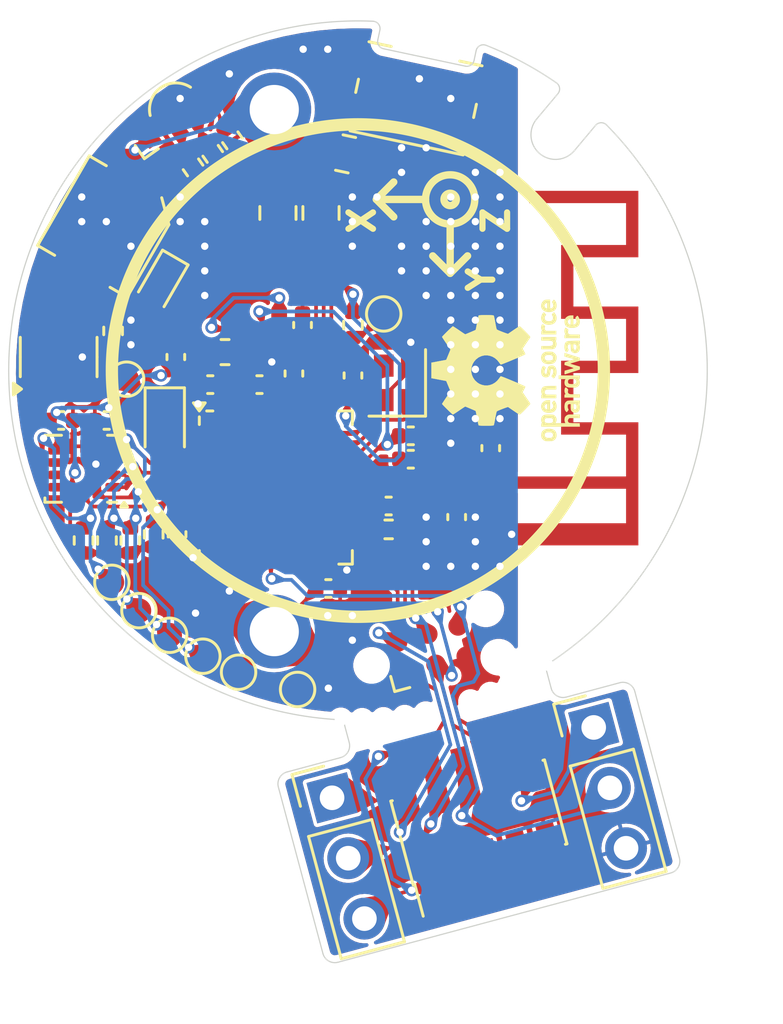
<source format=kicad_pcb>
(kicad_pcb (version 20240108) (generator "pcbnew") (generator_version "8.0")
  (layers (0 "F.Cu" signal) (31 "B.Cu" signal) (34 "B.Paste" user) (35 "F.Paste" user) (36 "B.SilkS" user "B.Silkscreen") (37 "F.SilkS" user "F.Silkscreen") (38 "B.Mask" user) (39 "F.Mask" user) (44 "Edge.Cuts" user))
  (net 0 "")
  (net 1 "Net-(AE1-A)")
  (net 2 "GND")
  (net 3 "Net-(C13-Pad1)")
  (net 4 "VDD")
  (net 5 "Net-(IC1-DECD)")
  (net 6 "/MCU/DECA")
  (net 7 "Net-(C15-Pad1)")
  (net 8 "Net-(D1-RK)")
  (net 9 "Net-(D1-GK)")
  (net 12 "Net-(IC1-DCC)")
  (net 15 "Net-(IC1-ANT)")
  (net 16 "/MCU/XC1")
  (net 22 "/MCU/SWCLK")
  (net 27 "/MCU/BTN")
  (net 28 "/MCU/SWDIO")
  (net 33 "/MCU/XC2")
  (net 34 "/MCU/XL2")
  (net 35 "/MCU/XL1")
  (net 37 "/MCU/RGB_B")
  (net 38 "/MCU/RGB_G")
  (net 39 "/MCU/RGB_R")
  (net 40 "Net-(IC1-nRESET)")
  (net 41 "/IMU/SCL")
  (net 42 "/IMU/INT2")
  (net 43 "/IMU/INT1")
  (net 44 "/IMU/SDA")
  (net 45 "/MCU/~{RESET}")
  (net 46 "/MCU/SWO")
  (net 47 "Net-(D1-BK)")
  (net 48 "Net-(D2-A)")
  (net 53 "/Buzzer/PWM")
  (footprint "bao-lib:OWMB-404020SA-40-17" (layer "F.Cu") (at 139.85 94.15 -120)
    (property "Reference" "LS1" (hide yes))
    (property "Value" "Speaker")
  )
  (footprint "Capacitor_SMD:C_0402_1005Metric" (layer "F.Cu") (at 152.15 103.6 180)
    (property "Reference" "C13" (hide yes))
    (property "Value" "1.5p")
  )
  (footprint "Connector_PinHeader_1.27mm:PinHeader_2x05_P1.27mm_Vertical_SMD" (layer "F.Cu") (at 154.917562 118.352591 105)
    (property "Reference" "J3" (hide yes))
    (property "Value" "62131021021")
  )
  (footprint "Capacitor_SMD:C_0805_2012Metric" (layer "F.Cu") (at 149.5 91.2 -12)
    (property "Reference" "C1" (hide yes))
    (property "Value" "22u")
  )
  (footprint "Resistor_SMD:R_0402_1005Metric" (layer "F.Cu") (at 143.3 91.75 -55)
    (property "Reference" "R1" (hide yes))
    (property "Value" "1k")
  )
  (footprint "Inductor_SMD:L_0402_1005Metric" (layer "F.Cu") (at 154.965 104.55)
    (property "Reference" "L4" (hide yes))
    (property "Value" "3.5n")
  )
  (footprint "bao-lib:Drill_0.5mm" (layer "F.Cu") (at 157.629654 111.976159 -165)
    (property "Reference" "REF**5" (hide yes))
    (property "Value" "D05")
  )
  (footprint "Capacitor_SMD:C_0402_1005Metric" (layer "F.Cu") (at 144 100.57 180)
    (property "Reference" "C6" (hide yes))
    (property "Value" "100n")
  )
  (footprint "Package_DFN_QFN:QFN-48-1EP_6x6mm_P0.4mm_EP4.66x4.66mm" (layer "F.Cu") (at 146.665 104.75)
    (property "Reference" "IC1" (hide yes))
    (property "Value" "nRF54L15-QFAA")
  )
  (footprint "Capacitor_SMD:C_0402_1005Metric" (layer "F.Cu") (at 139.7875 102.025 180)
    (property "Reference" "C17" (hide yes))
    (property "Value" "100n")
  )
  (footprint "bao-lib:Drill_0.5mm" (layer "F.Cu") (at 152.831025 113.914931 -165)
    (property "Reference" "REF**6" (hide yes))
    (property "Value" "D05")
  )
  (footprint "bao-lib:Drill_0.5mm" (layer "F.Cu") (at 155.319414 113.16601 -165)
    (property "Reference" "REF**2" (hide yes))
    (property "Value" "D05")
  )
  (footprint "Resistor_SMD:R_0402_1005Metric" (layer "F.Cu") (at 138.85 106.9 90)
    (property "Reference" "R6" (hide yes))
    (property "Value" "10k")
  )
  (footprint "Capacitor_SMD:C_0402_1005Metric" (layer "F.Cu") (at 142.6 99.45 90)
    (property "Reference" "C4" (hide yes))
    (property "Value" "10u")
  )
  (footprint "Capacitor_SMD:C_0402_1005Metric" (layer "F.Cu") (at 155.399999 103.15 90)
    (property "Reference" "C16" (hide yes))
    (property "Value" "0.3p")
  )
  (footprint "Capacitor_SMD:C_0805_2012Metric" (layer "F.Cu") (at 148.5 93.6 -90)
    (property "Reference" "C2" (hide yes))
    (property "Value" "22u")
  )
  (footprint "Package_TO_SOT_SMD:SOT-23-6" (layer "F.Cu") (at 137.8375 99.45 90)
    (property "Reference" "Q1" (hide yes))
    (property "Value" "STT6N3LLH6")
  )
  (footprint "RF_Antenna:Texas_SWRA117D_2.4GHz_Left" (layer "F.Cu") (at 156.25 104.55 -90)
    (property "Reference" "AE1" (hide yes))
    (property "Value" "Antenna_Shield")
  )
  (footprint "Resistor_SMD:R_0402_1005Metric" (layer "F.Cu") (at 140.05 98.39 90)
    (property "Reference" "R10" (hide yes))
    (property "Value" "10k")
  )
  (footprint "TestPoint:TestPoint_Pad_D1.0mm" (layer "F.Cu") (at 141.099999 109.75)
    (property "Reference" "TP6" (hide yes))
    (property "Value" "INT1")
  )
  (footprint "TestPoint:TestPoint_Pad_D1.0mm" (layer "F.Cu") (at 147.55 112.95)
    (property "Reference" "TP3" (hide yes))
    (property "Value" "GND")
  )
  (footprint "Capacitor_SMD:C_0402_1005Metric" (layer "F.Cu") (at 149.8 100.2 90)
    (property "Reference" "C11" (hide yes))
    (property "Value" "100n")
  )
  (footprint "Crystal:Crystal_SMD_2012-2Pin_2.0x1.2mm" (layer "F.Cu") (at 142.15 101.9 -90)
    (property "Reference" "Y2" (hide yes))
    (property "Value" "830062558")
  )
  (footprint "bao-lib:Drill_0.5mm" (layer "F.Cu") (at 151.11412 114.156226 -165)
    (property "Reference" "REF**8" (hide yes))
    (property "Value" "D05")
  )
  (footprint "Inductor_SMD:L_0402_1005Metric" (layer "F.Cu") (at 153.1 104.550002)
    (property "Reference" "L3" (hide yes))
    (property "Value" "3.5n")
  )
  (footprint "Resistor_SMD:R_0402_1005Metric" (layer "F.Cu") (at 141.7 106.65 90)
    (property "Reference" "R8" (hide yes))
    (property "Value" "10k")
  )
  (footprint "Resistor_SMD:R_0402_1005Metric" (layer "F.Cu") (at 149.8 98.15 -90)
    (property "Reference" "R4" (hide yes))
    (property "Value" "10k")
  )
  (footprint "bao-lib:Drill_0.5mm" (layer "F.Cu") (at 151.976258 114.061806 -165)
    (property "Reference" "REF**7" (hide yes))
    (property "Value" "D05")
  )
  (footprint "TestPoint:TestPoint_Pad_D1.0mm" (layer "F.Cu") (at 143.7 111.6)
    (property "Reference" "TP5" (hide yes))
    (property "Value" "SCL")
  )
  (footprint "TestPoint:TestPoint_Pad_D1.0mm" (layer "F.Cu") (at 145.15 112.25)
    (property "Reference" "TP2" (hide yes))
    (property "Value" "VDD")
  )
  (footprint "bao-lib:Drill_0.5mm" (layer "F.Cu") (at 156.884297 112.4196 -165)
    (property "Reference" "REF**4" (hide yes))
    (property "Value" "D05")
  )
  (footprint "Capacitor_SMD:C_0402_1005Metric" (layer "F.Cu") (at 147.400001 100.12 90)
    (property "Reference" "C8" (hide yes))
    (property "Value" "10n")
  )
  (footprint "Resistor_SMD:R_0402_1005Metric" (layer "F.Cu") (at 151.249999 106.45)
    (property "Reference" "R9" (hide yes))
    (property "Value" "1k")
  )
  (footprint "Capacitor_SMD:C_0402_1005Metric" (layer "F.Cu") (at 146 100.57)
    (property "Reference" "C7" (hide yes))
    (property "Value" "2.2u")
  )
  (footprint "Crystal:Crystal_SMD_2016-4Pin_2.0x1.6mm" (layer "F.Cu") (at 151.6 100.5 90)
    (property "Reference" "Y1" (hide yes))
    (property "Value" "830108212909")
  )
  (footprint "Capacitor_SMD:C_0402_1005Metric" (layer "F.Cu") (at 142.650001 106.65 -90)
    (property "Reference" "C5" (hide yes))
    (property "Value" "100n")
  )
  (footprint "Capacitor_SMD:C_0402_1005Metric" (layer "F.Cu") (at 154.015 105.95 -90)
    (property "Reference" "C15" (hide yes))
    (property "Value" "2.0p")
  )
  (footprint "Inductor_SMD:L_0603_1608Metric" (layer "F.Cu") (at 144.6 99.25)
    (property "Reference" "L1" (hide yes))
    (property "Value" "4.7u")
  )
  (footprint "MountingHole:MountingHole_2.2mm_M2" (layer "F.Cu") (at 158.03485 109.57556)
    (property "Reference" "H1" (hide yes))
    (property "Value" "MountingHole")
  )
  (footprint "Resistor_SMD:R_0402_1005Metric" (layer "F.Cu") (at 144.9 90.65 -55)
    (property "Reference" "R3" (hide yes))
    (property "Value" "1k")
  )
  (footprint "bao-lib:155124M173200A" (layer "F.Cu") (at 142.75 89.6 35)
    (property "Reference" "D1" (hide yes))
    (property "Value" "155124M173200A")
  )
  (footprint "TestPoint:TestPoint_Pad_D1.0mm" (layer "F.Cu") (at 140.6 100.35)
    (property "Reference" "TP8" (hide yes))
    (property "Value" "PWM")
  )
  (footprint "Resistor_SMD:R_0402_1005Metric" (layer "F.Cu") (at 140.75 106.9 90)
    (property "Reference" "R7" (hide yes))
    (property "Value" "10k")
  )
  (footprint "Diode_SMD:D_SOD-523" (layer "F.Cu") (at 141.95 96.5 -120)
    (property "Reference" "D2" (hide yes))
    (property "Value" "BAT54KFILM")
  )
  (footprint "bao-lib:Drill_0.5mm" (layer "F.Cu") (at 156.113257 112.816711 -165)
    (property "Reference" "REF**3" (hide yes))
    (property "Value" "D05")
  )
  (footprint "Connector_PinHeader_2.54mm:PinHeader_1x03_P2.54mm_Vertical" (layer "F.Cu") (at 148.95 117.35 15)
    (property "Reference" "J1" (hide yes))
    (property "Value" "Conn_01x03")
  )
  (footprint "TestPoint:TestPoint_Pad_D1.0mm" (layer "F.Cu") (at 142.35 110.75)
    (property "Reference" "TP4" (hide yes))
    (property "Value" "SDA")
  )
  (footprint "Inductor_SMD:L_0402_1005Metric" (layer "F.Cu") (at 151.23 104.55)
    (property "Reference" "L2" (hide yes))
    (property "Value" "2.7n")
  )
  (footprint "bao-lib:Drill_0.5mm" (layer "F.Cu") (at 150.247824 114.197837 -165)
    (property "Reference" "REF**9" (hide yes))
    (property "Value" "D05")
  )
  (footprint "Capacitor_SMD:C_0805_2012Metric" (layer "F.Cu") (at 146.75 93.6 -90)
    (property "Reference" "C3" (hide yes))
    (property "Value" "22u")
  )
  (footprint "Inductor_SMD:L_0402_1005Metric" (layer "F.Cu") (at 146.8 98.15 90)
    (property "Reference" "FB1" (hide yes))
    (property "Value" "FerriteBead_Small")
  )
  (footprint "bao-lib:Drill_0.5mm" (layer "F.Cu") (at 149.380605 114.186485 -165)
    (property "Reference" "REF**10" (hide yes))
    (property "Value" "D05")
  )
  (footprint "Connector_PinHeader_2.54mm:PinHeader_1x03_P2.54mm_Vertical" (layer "F.Cu") (at 159.585199 114.493097 15)
    (property "Reference" "J2" (hide yes))
    (property "Value" "Conn_01x03")
  )
  (footprint "Capacitor_SMD:C_0402_1005Metric" (layer "F.Cu") (at 152.15 102.65)
    (property "Reference" "C12" (hide yes))
    (property "Value" "10n")
  )
  (footprint "Capacitor_SMD:C_0402_1005Metric" (layer "F.Cu") (at 148.8 108.85)
    (property "Reference" "C9" (hide yes))
    (property "Value" "100n")
  )
  (footprint "Capacitor_SMD:C_0402_1005Metric" (layer "F.Cu") (at 137.9375 102.025)
    (property "Reference" "C18" (hide yes))
    (property "Value" "100n")
  )
  (footprint "bao-lib:434331045822" (layer "F.Cu") (at 152.36412 88.944953 -12)
    (property "Reference" "SW1" (hide yes))
    (property "Value" "434331045822")
  )
  (footprint "Capacitor_SMD:C_0402_1005Metric" (layer "F.Cu") (at 151.25 105.5)
    (property "Reference" "C10" (hide yes))
    (property "Value" "3.9p")
  )
  (footprint "Resistor_SMD:R_0402_1005Metric" (layer "F.Cu") (at 144.1 91.2 -55)
    (property "Reference" "R2" (hide yes))
    (property "Value" "1k")
  )
  (footprint "Package_LGA:LGA-14_3x2.5mm_P0.5mm_LayoutBorder3x4y" (layer "F.Cu") (at 138.8875 103.9875 180)
    (property "Reference" "U1" (hide yes))
    (property "Value" "LSM6DSL")
  )
  (footprint "TestPoint:TestPoint_Pad_D1.0mm" (layer "F.Cu") (at 151.05 97.7)
    (property "Reference" "TP1" (hide yes))
    (property "Value" "BTN")
  )
  (footprint "Connector:Tag-Connect_TC2030-IDC-NL_2x03_P1.27mm_Vertical" (layer "F.Cu") (at 153.008924 111.315337 15)
    (property "Reference" "J4" (hide yes))
    (property "Value" "Conn_ARM_SWD_TagConnect_TC2030-NL")
  )
  (footprint "bao-lib:Drill_0.5mm" (layer "F.Cu") (at 154.505726 113.466196 -165)
    (property "Reference" "REF**1" (hide yes))
    (property "Value" "D05")
  )
  (footprint "Symbol:OSHW-Logo_5.7x6mm_SilkScreen" (layer "F.Cu") (at 156 100 90)
    (property "Reference" "SYM1" (hide yes))
    (property "Value" "Logo_Open_Hardware_Small" (hide yes))
  )
  (footprint "Resistor_SMD:R_0402_1005Metric" (layer "F.Cu") (at 139.8 106.9 90)
    (property "Reference" "R5" (hide yes))
    (property "Value" "10k")
  )
  (footprint "Capacitor_SMD:C_0402_1005Metric" (layer "F.Cu") (at 147.75 98.15 90)
    (property "Reference" "C14" (hide yes))
    (property "Value" "2.2u")
  )
  (footprint "TestPoint:TestPoint_Pad_D1.0mm" (layer "F.Cu") (at 140 108.6)
    (property "Reference" "TP7" (hide yes))
    (property "Value" "INT2")
  )
  (footprint "bao-lib:BatteryHolder_WE_79523211_1x2016,2020,2025,2032" (layer "B.Cu") (at 146.6 100 90)
    (property "Reference" "BT1" (hide yes))
    (property "Value" "79523211")
  )
  (gr_line (start 150.75 93.05) (end 152.75 93.05) (stroke (width 0.3)) (layer "F.SilkS"))
  (gr_circle (center 153.75 93.05) (end 153.85 93.05) (stroke (width 0.3)) (fill none) (layer "F.SilkS"))
  (gr_line (start 153.75 94.05) (end 153.75 96.05) (stroke (width 0.3)) (layer "F.SilkS"))
  (gr_circle (center 153.75 93.05) (end 153.75 94.05) (stroke (width 0.3)) (fill none) (layer "F.SilkS"))
  (gr_line (start 150.75 93.05) (end 151.457107 93.757107) (stroke (width 0.3)) (layer "F.SilkS"))
  (gr_line (start 150.75 93.05) (end 151.457107 92.342893) (stroke (width 0.3)) (layer "F.SilkS"))
  (gr_line (start 153.042893 95.342893) (end 153.75 96.05) (stroke (width 0.3)) (layer "F.SilkS"))
  (gr_line (start 153.75 96.05) (end 154.457107 95.342893) (stroke (width 0.3)) (layer "F.SilkS"))
  (gr_circle (center 150 100) (end 160 100) (stroke (width 0.5)) (fill none) (layer "F.SilkS"))
  (gr_line (start 149.401569 114.187385) (end 149.647687 115.105907) (stroke (width 0.05)) (layer "Edge.Cuts"))
  (gr_arc (start 160.643766 112.677154) (mid 161.023176 112.727104) (end 161.256139 113.030707) (stroke (width 0.05)) (layer "Edge.Cuts"))
  (gr_line (start 149.191357 124.028027) (end 162.714319 120.404561) (stroke (width 0.05)) (layer "Edge.Cuts"))
  (gr_arc (start 158.800893 91.067225) (mid 157.3921 91.190478) (end 157.268847 89.781685) (stroke (width 0.05)) (layer "Edge.Cuts"))
  (gr_line (start 154.721517 87.406428) (end 154.806419 87.006981) (stroke (width 0.05)) (layer "Edge.Cuts"))
  (gr_arc (start 154.721517 87.406428) (mid 154.591472 87.595671) (end 154.365696 87.637499) (stroke (width 0.05)) (layer "Edge.Cuts"))
  (gr_line (start 163.067872 119.792188) (end 161.256139 113.030707) (stroke (width 0.05)) (layer "Edge.Cuts"))
  (gr_arc (start 149.647687 115.105907) (mid 149.597736 115.485315) (end 149.294133 115.718279) (stroke (width 0.05)) (layer "Edge.Cuts"))
  (gr_arc (start 149.191357 124.028027) (mid 148.811948 123.978077) (end 148.578985 123.674474) (stroke (width 0.05)) (layer "Edge.Cuts"))
  (gr_arc (start 158.470429 113.259498) (mid 158.091022 113.209545) (end 157.858056 112.905945) (stroke (width 0.05)) (layer "Edge.Cuts"))
  (gr_arc (start 149.401569 114.187385) (mid 135.812932 99.394111) (end 150.613347 85.813254) (stroke (width 0.05)) (layer "Edge.Cuts"))
  (gr_arc (start 158.070221 88.316191) (mid 158.196638 88.519871) (end 158.133506 88.751139) (stroke (width 0.05)) (layer "Edge.Cuts"))
  (gr_line (start 157.611939 111.987422) (end 157.858056 112.905945) (stroke (width 0.05)) (layer "Edge.Cuts"))
  (gr_arc (start 151.04001 86.930636) (mid 150.850797 86.80057) (end 150.808924 86.574815) (stroke (width 0.05)) (layer "Edge.Cuts"))
  (gr_line (start 160.643766 112.677154) (end 158.470429 113.259498) (stroke (width 0.05)) (layer "Edge.Cuts"))
  (gr_arc (start 160.104924 90.023509) (mid 164.109403 101.601473) (end 157.61194 111.987427) (stroke (width 0.05)) (layer "Edge.Cuts"))
  (gr_arc (start 146.767252 116.912993) (mid 146.817202 116.533584) (end 147.120805 116.300621) (stroke (width 0.05)) (layer "Edge.Cuts"))
  (gr_arc (start 163.067872 119.792188) (mid 163.017922 120.171598) (end 162.714319 120.404561) (stroke (width 0.05)) (layer "Edge.Cuts"))
  (gr_line (start 150.808924 86.574815) (end 150.895256 86.168652) (stroke (width 0.05)) (layer "Edge.Cuts"))
  (gr_line (start 148.578985 123.674474) (end 146.767252 116.912993) (stroke (width 0.05)) (layer "Edge.Cuts"))
  (gr_line (start 151.04001 86.930636) (end 154.365689 87.637532) (stroke (width 0.05)) (layer "Edge.Cuts"))
  (gr_line (start 158.800893 91.067225) (end 159.6617 90.041355) (stroke (width 0.05)) (layer "Edge.Cuts"))
  (gr_arc (start 150.613347 85.813254) (mid 150.835441 85.926588) (end 150.895256 86.168652) (stroke (width 0.05)) (layer "Edge.Cuts"))
  (gr_arc (start 154.806419 87.006981) (mid 154.957923 86.805074) (end 155.209931 86.790287) (stroke (width 0.05)) (layer "Edge.Cuts"))
  (gr_arc (start 159.6617 90.041355) (mid 159.879379 89.934455) (end 160.104924 90.023509) (stroke (width 0.05)) (layer "Edge.Cuts"))
  (gr_arc (start 155.209931 86.790287) (mid 156.683764 87.471346) (end 158.070221 88.316191) (stroke (width 0.05)) (layer "Edge.Cuts"))
  (gr_line (start 149.294133 115.718279) (end 147.120805 116.300621) (stroke (width 0.05)) (layer "Edge.Cuts"))
  (gr_line (start 157.268804 89.781649) (end 158.133506 88.751139) (stroke (width 0.05)) (layer "Edge.Cuts"))
  (gr_text "Y" (at 155.6 96.9 90) (layer "F.SilkS") (effects (font (size 1 1) (thickness 0.25)) (justify left bottom)))
  (gr_text "Z" (at 156.2 94.55 90) (layer "F.SilkS") (effects (font (size 1 1) (thickness 0.3)) (justify left bottom)))
  (gr_text "X" (at 150.75 94.55 90) (layer "F.SilkS") (effects (font (size 1 1) (thickness 0.25)) (justify left bottom)))
  (segment (start 155.4 104.5) (end 155.45 104.55) (width 0.15) (layer "F.Cu") (net 1))
  (segment (start 155.45 104.55) (end 155.45 103.68) (width 0.15) (layer "F.Cu") (net 1))
  (segment (start 155.45 104.55) (end 156.25 104.55) (width 0.5) (layer "F.Cu") (net 1))
  (segment (start 155.45 103.68) (end 155.4 103.63) (width 0.15) (layer "F.Cu") (net 1))
  (segment (start 150.25 104.15) (end 150.8 103.6) (width 0.15) (layer "F.Cu") (net 2))
  (segment (start 154.076875 114.055994) (end 154.107359 114.16976) (width 0.15) (layer "F.Cu") (net 2))
  (segment (start 154.107359 114.16976) (end 154.536019 114.417248) (width 0.15) (layer "F.Cu") (net 2))
  (segment (start 152.15 99.8) (end 152.15 98.85) (width 0.15) (layer "F.Cu") (net 2))
  (segment (start 152.15 99.95) (end 152.15 99.8) (width 0.15) (layer "F.Cu") (net 2))
  (segment (start 150.8 103.6) (end 151.67 103.6) (width 0.15) (layer "F.Cu") (net 2))
  (segment (start 151.05 101.05) (end 152.15 99.95) (width 0.15) (layer "F.Cu") (net 2))
  (segment (start 153.856879 113.234957) (end 154.076875 114.055994) (width 0.15) (layer "F.Cu") (net 2))
  (segment (start 149.605 104.15) (end 150.25 104.15) (width 0.15) (layer "F.Cu") (net 2))
  (segment (start 154.536019 114.417248) (end 155.067279 114.274897) (width 0.15) (layer "F.Cu") (net 2))
  (segment (start 151.05 101.2) (end 151.05 101.05) (width 0.15) (layer "F.Cu") (net 2))
  (via (at 138.8 99.45) (size 0.5) (drill 0.3) (layers "F.Cu" "B.Cu") (net 2))
  (via (at 152.775 106.950909) (size 0.5) (drill 0.3) (layers "F.Cu" "B.Cu") (net 2))
  (via (at 153.775 107.950909) (size 0.5) (drill 0.3) (layers "F.Cu" "B.Cu") (net 2))
  (via (at 155.775 91.950909) (size 0.5) (drill 0.3) (layers "F.Cu" "B.Cu") (net 2))
  (via (at 152.774999 107.950909) (size 0.5) (drill 0.3) (layers "F.Cu" "B.Cu") (net 2))
  (via (at 153.775 95.950909) (size 0.5) (drill 0.3) (layers "F.Cu" "B.Cu") (net 2))
  (via (at 147.775 86.950909) (size 0.5) (drill 0.3) (layers "F.Cu" "B.Cu") (net 2))
  (via (at 155.775 101.950909) (size 0.5) (drill 0.3) (layers "F.Cu" "B.Cu") (net 2))
  (via (at 153.775 94.950908) (size 0.5) (drill 0.3) (layers "F.Cu" "B.Cu") (net 2))
  (via (at 140.775 98.950909) (size 0.5) (drill 0.3) (layers "F.Cu" "B.Cu") (net 2))
  (via (at 154.775 92.950909) (size 0.5) (drill 0.3) (layers "F.Cu" "B.Cu") (net 2))
  (via (at 151.775 95.950909) (size 0.5) (drill 0.3) (layers "F.Cu" "B.Cu") (net 2))
  (via (at 154.775 98.950909) (size 0.5) (drill 0.3) (layers "F.Cu" "B.Cu") (net 2))
  (via (at 155.775 100.95091) (size 0.5) (drill 0.3) (layers "F.Cu" "B.Cu") (net 2))
  (via (at 149.775 110.950909) (size 0.5) (drill 0.3) (layers "F.Cu" "B.Cu") (net 2))
  (via (at 155.775 98.950909) (size 0.5) (drill 0.3) (layers "F.Cu" "B.Cu") (net 2))
  (via (at 149.775 94.950909) (size 0.5) (drill 0.3) (layers "F.Cu" "B.Cu") (net 2))
  (via (at 155.775 95.950908) (size 0.5) (drill 0.3) (layers "F.Cu" "B.Cu") (net 2))
  (via (at 143.4 109.85) (size 0.5) (drill 0.3) (layers "F.Cu" "B.Cu") (net 2))
  (via (at 150.775001 92.950909) (size 0.5) (drill 0.3) (layers "F.Cu" "B.Cu") (net 2))
  (via (at 154.775001 99.950909) (size 0.5) (drill 0.3) (layers "F.Cu" "B.Cu") (net 2))
  (via (at 139.35 103.8) (size 0.5) (drill 0.3) (layers "F.Cu" "B.Cu") (net 2))
  (via (at 152.5 88.15) (size 0.5) (drill 0.3) (layers "F.Cu" "B.Cu") (net 2))
  (via (at 149.775 109.950909) (size 0.5) (drill 0.3) (layers "F.Cu" "B.Cu") (net 2))
  (via (at 154.775 107.950909) (size 0.5) (drill 0.3) (layers "F.Cu" "B.Cu") (net 2))
  (via (at 149.55 108.1) (size 0.5) (drill 0.3) (layers "F.Cu" "B.Cu") (net 2))
  (via (at 149.775 93.950908) (size 0.5) (drill 0.3) (layers "F.Cu" "B.Cu") (net 2))
  (via (at 153.775 96.950909) (size 0.5) (drill 0.3) (layers "F.Cu" "B.Cu") (net 2))
  (via (at 154.775 101.950909) (size 0.5) (drill 0.3) (layers "F.Cu" "B.Cu") (net 2))
  (via (at 153.775 100.950908) (size 0.5) (drill 0.3) (layers "F.Cu" "B.Cu") (net 2))
  (via (at 154.775 106.950909) (size 0.5) (drill 0.3) (layers "F.Cu" "B.Cu") (net 2))
  (via (at 138.775 92.950909) (size 0.5) (drill 0.3) (layers "F.Cu" "B.Cu") (net 2))
  (via (at 155.775 92.950909) (size 0.5) (drill 0.3) (layers "F.Cu" "B.Cu") (net 2))
  (via (at 144.775 108.950909) (size 0.5) (drill 0.3) (layers "F.Cu" "B.Cu") (net 2))
  (via (at 152.775 90.950909) (size 0.5) (drill 0.3) (layers "F.Cu" "B.Cu") (net 2))
  (via (at 153.775 102.950909) (size 0.5) (drill 0.3) (layers "F.Cu" "B.Cu") (net 2))
  (via (at 138.775 93.950909) (size 0.5) (drill 0.3) (layers "F.Cu" "B.Cu") (net 2))
  (via (at 143.775001 96.950909) (size 0.5) (drill 0.3) (layers "F.Cu" "B.Cu") (net 2))
  (via (at 142.775 92.950909) (size 0.5) (drill 0.3) (layers "F.Cu" "B.Cu") (net 2))
  (via (at 152.775 93.950909) (size 0.5) (drill 0.3) (layers "F.Cu" "B.Cu") (net 2))
  (via (at 151.775 90.950909) (size 0.5) (drill 0.3) (layers "F.Cu" "B.Cu") (net 2))
  (via (at 153.775 101.950909) (size 0.5) (drill 0.3) (layers "F.Cu" "B.Cu") (net 2))
  (via (at 143.3 107.6) (size 0.5) (drill 0.3) (layers "F.Cu" "B.Cu") (net 2))
  (via (at 153.775 92.950909) (size 0.5) (drill 0.3) (layers "F.Cu" "B.Cu") (net 2))
  (via (at 143.775 95.950909) (size 0.5) (drill 0.3) (layers "F.Cu" "B.Cu") (net 2))
  (via (at 152.775 95.950909) (size 0.5) (drill 0.3) (layers "F.Cu" "B.Cu") (net 2))
  (via (at 154.775 100.95091) (size 0.5) (drill 0.3) (layers "F.Cu" "B.Cu") (net 2))
  (via (at 151.775 91.950909) (size 0.5) (drill 0.3) (layers "F.Cu" "B.Cu") (net 2))
  (via (at 143.775 94.950909) (size 0.5) (drill 0.3) (layers "F.Cu" "B.Cu") (net 2))
  (via (at 152.775 96.950909) (size 0.5) (drill 0.3) (layers "F.Cu" "B.Cu") (net 2))
  (via (at 154.775 96.950909) (size 0.5) (drill 0.3) (layers "F.Cu" "B.Cu") (net 2))
  (via (at 153.775 99.950909) (size 0.5) (drill 0.3) (layers "F.Cu" "B.Cu") (net 2))
  (via (at 154.775 105.950909) (size 0.5) (drill 0.3) (layers "F.Cu" "B.Cu") (net 2))
  (via (at 152.15 98.85) (size 0.5) (drill 0.3) (layers "F.Cu" "B.Cu") (net 2))
  (via (at 155.775 99.950909) (size 0.5) (drill 0.3) (layers "F.Cu" "B.Cu") (net 2))
  (via (at 149.775 92.950909) (size 0.5) (drill 0.3) (layers "F.Cu" "B.Cu") (net 2))
  (via (at 139.775 93.950909) (size 0.5) (drill 0.3) (layers "F.Cu" "B.Cu") (net 2))
  (via (at 155.775 97.950909) (size 0.5) (drill 0.3) (layers "F.Cu" "B.Cu") (net 2))
  (via (at 143.775 93.950909) (size 0.5) (drill 0.3) (layers "F.Cu" "B.Cu") (net 2))
  (via (at 154.775 91.950909) (size 0.5) (drill 0.3) (layers "F.Cu" "B.Cu") (net 2))
  (via (at 153.775 88.950909) (size 0.5) (drill 0.3) (layers "F.Cu" "B.Cu") (net 2))
  (via (at 148.775 109.950909) (size 0.5) (drill 0.3) (layers "F.Cu" "B.Cu") (net 2))
  (via (at 153.775 97.950909) (size 0.5) (drill 0.3) (layers "F.Cu" "B.Cu") (net 2))
  (via (at 151.775 94.950909) (size 0.5) (drill 0.3) (layers "F.Cu" "B.Cu") (net 2))
  (via (at 148.8 112.9) (size 0.5) (drill 0.3) (layers "F.Cu" "B.Cu") (net 2))
  (via (at 143.5 101.35) (size 0.5) (drill 0.3) (layers "F.Cu" "B.Cu") (net 2))
  (via (at 155.775001 94.950909) (size 0.5) (drill 0.3) (layers "F.Cu" "B.Cu") (net 2))
  (via (at 142.775 88.950909) (size 0.5) (drill 0.3) (layers "F.Cu" "B.Cu") (net 2))
  (via (at 152.775001 105.950909) (size 0.5) (drill 0.3) (layers "F.Cu" "B.Cu") (net 2))
  (via (at 154.775 97.950909) (size 0.5) (drill 0.3) (layers "F.Cu" "B.Cu") (net 2))
  (via (at 144.775 87.950909) (size 0.5) (drill 0.3) (layers "F.Cu" "B.Cu") (net 2))
  (via (at 152.775 94.950909) (size 0.5) (drill 0.3) (layers "F.Cu" "B.Cu") (net 2))
  (via (at 153.775 93.950909) (size 0.5) (drill 0.3) (layers "F.Cu" "B.Cu") (net 2))
  (via (at 154.775 93.950909) (size 0.5) (drill 0.3) (layers "F.Cu" "B.Cu") (net 2))
  (via (at 155.774999 96.950909) (size 0.5) (drill 0.3) (layers "F.Cu" "B.Cu") (net 2))
  (via (at 140.775 97.950909) (size 0.5) (drill 0.3) (layers "F.Cu" "B.Cu") (net 2))
  (via (at 142.775 93.950909) (size 0.5) (drill 0.3) (layers "F.Cu" "B.Cu") (net 2))
  (via (at 153.775 98.950909) (size 0.5) (drill 0.3) (layers "F.Cu" "B.Cu") (net 2))
  (via (at 148.775 86.950909) (size 0.5) (drill 0.3) (layers "F.Cu" "B.Cu") (net 2))
  (via (at 154.775 94.950909) (size 0.5) (drill 0.3) (layers "F.Cu" "B.Cu") (net 2))
  (via (at 155.775 93.950909) (size 0.5) (drill 0.3) (layers "F.Cu" "B.Cu") (net 2))
  (via (at 140.775 94.950909) (size 0.5) (drill 0.3) (layers "F.Cu" "B.Cu") (net 2))
  (via (at 155.775 107.950909) (size 0.5) (drill 0.3) (layers "F.Cu" "B.Cu") (net 2))
  (via (at 146.5 99.65) (size 0.5) (drill 0.3) (layers "F.Cu" "B.Cu") (net 2))
  (via (at 154.775 95.950909) (size 0.5) (drill 0.3) (layers "F.Cu" "B.Cu") (net 2))
  (segment (start 151.715 104.55) (end 152.615 104.55) (width 0.2) (layer "F.Cu") (net 3))
  (segment (start 152.615 104.55) (end 152.615 103.615) (width 0.15) (layer "F.Cu") (net 3))
  (segment (start 152.615 103.615) (end 152.63 103.6) (width 0.15) (layer "F.Cu") (net 3))
  (segment (start 144.465 101.515) (end 144.2 101.25) (width 0.15) (layer "F.Cu") (net 4))
  (segment (start 141.728718 107.16) (end 145.168718 110.6) (width 0.15) (layer "F.Cu") (net 4))
  (segment (start 149.6 101.746752) (end 149.6 100.88) (width 0.15) (layer "F.Cu") (net 4))
  (segment (start 137.758421 101.724079) (end 137.4575 102.025) (width 0.15) (layer "F.Cu") (net 4))
  (segment (start 137.749998 103.2125) (end 137.75 102.3175) (width 0.15) (layer "F.Cu") (net 4))
  (segment (start 153.49732 114.211287) (end 153.501921 114.228459) (width 0.15) (layer "F.Cu") (net 4))
  (segment (start 153.006947 115.08578) (end 150.833613 115.668123) (width 0.15) (layer "F.Cu") (net 4))
  (segment (start 137.758421 101.7) (end 137.758421 101.724079) (width 0.15) (layer "F.Cu") (net 4))
  (segment (start 138.3875 104.9) (end 138.3875 104.2625) (width 0.15) (layer "F.Cu") (net 4))
  (segment (start 143.91 100) (end 142.73 100.000001) (width 0.15) (layer "F.Cu") (net 4))
  (segment (start 141.8 98.5) (end 141.8 99.5) (width 0.15) (layer "F.Cu") (net 4))
  (segment (start 149.8 97.64) (end 149.8 96.9) (width 0.15) (layer "F.Cu") (net 4))
  (segment (start 149.95 102.55) (end 150.05 102.45) (width 0.15) (layer "F.Cu") (net 4))
  (segment (start 144.465 101.81) (end 144.465 101.515) (width 0.15) (layer "F.Cu") (net 4))
  (segment (start 143.725 106.15) (end 142.57 106.15) (width 0.15) (layer "F.Cu") (net 4))
  (segment (start 144.685 101.25397) (end 144.685 100.855) (width 0.15) (layer "F.Cu") (net 4))
  (segment (start 141.8 99.5) (end 142.23 99.93) (width 0.15) (layer "F.Cu") (net 4))
  (segment (start 142.73 100.000001) (end 142.599999 100.13) (width 0.15) (layer "F.Cu") (net 4))
  (segment (start 146 95.35) (end 148.25 95.350001) (width 0.15) (layer "F.Cu") (net 4))
  (segment (start 153.161773 112.959009) (end 151.946548 112.257399) (width 0.15) (layer "F.Cu") (net 4))
  (segment (start 142.33 100.2) (end 142.6 99.93) (width 0.15) (layer "F.Cu") (net 4))
  (segment (start 140.2675 102.025) (end 140.2675 101.899103) (width 0.15) (layer "F.Cu") (net 4))
  (segment (start 138.305 106.865) (end 138.305 104.9825) (width 0.15) (layer "F.Cu") (net 4))
  (segment (start 146.6 89.4) (end 145.8 90.2) (width 0.15) (layer "F.Cu") (net 4))
  (segment (start 138.85 107.41) (end 138.305 106.865) (width 0.15) (layer "F.Cu") (net 4))
  (segment (start 152.968807 120.893545) (end 150.701123 121.501171) (width 0.15) (layer "F.Cu") (net 4))
  (segment (start 144.865 101.81) (end 144.865 101.43397) (width 0.15) (layer "F.Cu") (net 4))
  (segment (start 142.45 97.85) (end 141.8 98.5) (width 0.15) (layer "F.Cu") (net 4))
  (segment (start 140.85 91.131636) (end 140.940818 91.040818) (width 0.15) (layer "F.Cu") (net 4))
  (segment (start 144.480001 100.57) (end 143.91 100) (width 0.15) (layer "F.Cu") (net 4))
  (segment (start 144.2 100.85) (end 144.480001 100.57) (width 0.15) (layer "F.Cu") (net 4))
  (segment (start 142.3 95.893782) (end 142.45 96.043782) (width 0.15) (layer "F.Cu") (net 4))
  (segment (start 153.277324 113.39025) (end 153.161773 112.959009) (width 0.15) (layer "F.Cu") (net 4))
  (segment (start 142.3 95.893782) (end 142.3 94.8) (width 0.15) (layer "F.Cu") (net 4))
  (segment (start 148.25 95.350001) (end 149.8 96.9) (width 0.15) (layer "F.Cu") (net 4))
  (segment (start 150.05 100.93) (end 149.8 100.68) (width 0.15) (layer "F.Cu") (net 4))
  (segment (start 140.85 92.41795) (end 140.85 91.131636) (width 0.15) (layer "F.Cu") (net 4))
  (segment (start 148.32 108.85) (end 148.319999 108.88) (width 0.15) (layer "F.Cu") (net 4))
  (segment (start 143.725001 105.35) (end 143.15 105.35) (width 0.15) (layer "F.Cu") (net 4))
  (segment (start 151.946548 112.257399) (end 151.253947 112.95) (width 0.15) (layer "F.Cu") (net 4))
  (segment (start 148.065 107.69) (end 148.065 108.595) (width 0.15) (layer "F.Cu") (net 4))
  (segment (start 144.684999 100.775) (end 144.480001 100.57) (width 0.15) (layer "F.Cu") (net 4))
  (segment (start 142.45 96.043782) (end 142.45 97.85) (width 0.15) (layer "F.Cu") (net 4))
  (segment (start 151.253947 112.95) (end 149.8 112.95) (width 0.15) (layer "F.Cu") (net 4))
  (segment (start 145.8 95.15) (end 146 95.35) (width 0.15) (layer "F.Cu") (net 4))
  (segment (start 144.865 101.43397) (end 144.685 101.25397) (width 0.15) (layer "F.Cu") (net 4))
  (segment (start 142 100.2) (end 142.33 100.2) (width 0.15) (layer "F.Cu") (net 4))
  (segment (start 142.23 99.93) (end 142.6 99.93) (width 0.15) (layer "F.Cu") (net 4))
  (segment (start 141.7 107.16) (end 141 107.160001) (width 0.15) (layer "F.Cu") (net 4))
  (segment (start 150.701123 121.501171) (end 150.2648 122.256903) (width 0.15) (layer "F.Cu") (net 4))
  (segment (start 149.6 100.88) (end 149.8 100.68) (width 0.15) (layer "F.Cu") (net 4))
  (segment (start 140.75 107.41) (end 139.8 107.41) (width 0.15) (layer "F.Cu") (net 4))
  (segment (start 141.6 107.16) (end 141.728718 107.16) (width 0.15) (layer "F.Cu") (net 4))
  (segment (start 140.940818 91.040818) (end 141.521272 90.460365) (width 0.15) (layer "F.Cu") (net 4))
  (segment (start 144.2 101.25) (end 144.2 100.85) (width 0.15) (layer "F.Cu") (net 4))
  (segment (start 147.45 110.6) (end 146.6 110.6) (width 0.15) (layer "F.Cu") (net 4))
  (segment (start 138.305 104.9825) (end 138.3875 104.9) (width 0.15) (layer "F.Cu") (net 4))
  (segment (start 145.8 90.2) (end 145.8 95.15) (width 0.15) (layer "F.Cu") (net 4))
  (segment (start 138.3875 104.2625) (end 138.5 104.15) (width 0.15) (layer "F.Cu") (net 4))
  (segment (start 141.6 107.12) (end 141.6 107.16) (width 0.15) (layer "F.Cu") (net 4))
  (segment (start 142.65 105.85) (end 142.65 106.17) (width 0.15) (layer "F.Cu") (net 4))
  (segment (start 140.75 107.41) (end 138.85 107.41) (width 0.15) (layer "F.Cu") (net 4))
  (segment (start 153.501921 114.228459) (end 153.006947 115.08578) (width 0.15) (layer "F.Cu") (net 4))
  (segment (start 141 107.160001) (end 140.75 107.41) (width 0.15) (layer "F.Cu") (net 4))
  (segment (start 140.85 93.35) (end 140.85 92.41795) (width 0.15) (layer "F.Cu") (net 4))
  (segment (start 142.57 106.15) (end 141.6 107.12) (width 0.15) (layer "F.Cu") (net 4))
  (segment (start 137.75 102.3175) (end 137.4575 102.025) (width 0.15) (layer "F.Cu") (net 4))
  (segment (start 152.186407 121.10319) (end 152.968806 120.893547) (width 0.15) (layer "F.Cu") (net 4))
  (segment (start 142.3 94.8) (end 140.85 93.35) (width 0.15) (layer "F.Cu") (net 4))
  (segment (start 149.605 102.55) (end 149.95 102.55) (width 0.15) (layer "F.Cu") (net 4))
  (segment (start 150.05 102.45) (end 150.05 100.93) (width 0.15) (layer "F.Cu") (net 4))
  (segment (start 145.168718 110.6) (end 146.6 110.6) (width 0.15) (layer "F.Cu") (net 4))
  (segment (start 149.507229 101.839523) (end 149.6 101.746752) (width 0.15) (layer "F.Cu") (net 4))
  (segment (start 139.3875 102.905) (end 140.2675 102.025) (width 0.15) (layer "F.Cu") (net 4))
  (segment (start 153.277324 113.39025) (end 153.49732 114.211287) (width 0.15) (layer "F.Cu") (net 4))
  (segment (start 148.065 108.595) (end 148.32 108.85) (width 0.15) (layer "F.Cu") (net 4))
  (segment (start 137.725 103.2375) (end 137.749998 103.2125) (width 0.15) (layer "F.Cu") (net 4))
  (segment (start 149.8 112.95) (end 147.45 110.6) (width 0.15) (layer "F.Cu") (net 4))
  (segment (start 152.968806 120.893547) (end 152.968807 120.893545) (width 0.15) (layer "F.Cu") (net 4))
  (segment (start 139.3875 103.075) (end 139.3875 102.905) (width 0.15) (layer "F.Cu") (net 4))
  (segment (start 140.2675 101.899103) (end 139.876355 101.507956) (width 0.15) (layer "F.Cu") (net 4))
  (segment (start 146.15 111.05) (end 146.6 110.6) (width 0.15) (layer "F.Cu") (net 4))
  (segment (start 148.319999 108.88) (end 146.6 110.6) (width 0.15) (layer "F.Cu") (net 4))
  (segment (start 145.15 112.25) (end 146.6 110.6) (width 0.15) (layer "F.Cu") (net 4))
  (segment (start 143.15 105.35) (end 142.65 105.85) (width 0.15) (layer "F.Cu") (net 4))
  (via (at 137.758421 101.7) (size 0.5) (drill 0.3) (layers "F.Cu" "B.Cu") (net 4))
  (via (at 149.8 96.9) (size 0.5) (drill 0.3) (layers "F.Cu" "B.Cu") (net 4))
  (via (at 149.507229 101.839523) (size 0.5) (drill 0.3) (layers "F.Cu" "B.Cu") (net 4))
  (via (at 139.876355 101.507956) (size 0.5) (drill 0.3) (layers "F.Cu" "B.Cu") (net 4))
  (via (at 140.940818 91.040818) (size 0.5) (drill 0.3) (layers "F.Cu" "B.Cu") (net 4))
  (via (at 152.186407 121.10319) (size 0.5) (drill 0.3) (layers "F.Cu" "B.Cu") (net 4))
  (via (at 142 100.2) (size 0.5) (drill 0.3) (layers "F.Cu" "B.Cu") (net 4))
  (via (at 138.5 104.15) (size 0.5) (drill 0.3) (layers "F.Cu" "B.Cu") (net 4))
  (via (at 150.833613 115.668123) (size 0.5) (drill 0.3) (layers "F.Cu" "B.Cu") (net 4))
  (segment (start 149.507229 101.839523) (end 149.507229 102.257229) (width 0.15) (layer "B.Cu") (net 4))
  (segment (start 151.390323 120.643569) (end 150.303283 116.586682) (width 0.15) (layer "B.Cu") (net 4))
  (segment (start 150.9 103.65) (end 151.5 103.65) (width 0.15) (layer "B.Cu") (net 4))
  (segment (start 151.7 99.75) (end 149.8 97.85) (width 0.15) (layer "B.Cu") (net 4))
  (segment (start 137.800002 101.7) (end 137.758421 101.7) (width 0.15) (layer "B.Cu") (net 4))
  (segment (start 151.5 103.65) (end 151.7 103.45) (width 0.15) (layer "B.Cu") (net 4))
  (segment (start 138.5 102.4) (end 137.800002 101.7) (width 0.15) (layer "B.Cu") (net 4))
  (segment (start 137.950463 101.507958) (end 137.758421 101.7) (width 0.15) (layer "B.Cu") (net 4))
  (segment (start 140.940818 91.040818) (end 146.6 89.4) (width 0.15) (layer "B.Cu") (net 4))
  (segment (start 149.507229 102.257229) (end 150.9 103.65) (width 0.15) (layer "B.Cu") (net 4))
  (segment (start 149.8 97.85) (end 149.8 96.9) (width 0.15) (layer "B.Cu") (net 4))
  (segment (start 138.5 104.15) (end 138.5 102.4) (width 0.15) (layer "B.Cu") (net 4))
  (segment (start 139.892042 101.507958) (end 141.2 100.2) (width 0.15) (layer "B.Cu") (net 4))
  (segment (start 141.2 100.2) (end 142 100.2) (width 0.15) (layer "B.Cu") (net 4))
  (segment (start 152.186407 121.10319) (end 151.390323 120.643569) (width 0.15) (layer "B.Cu") (net 4))
  (segment (start 139.876355 101.507956) (end 137.950463 101.507958) (width 0.15) (layer "B.Cu") (net 4))
  (segment (start 139.876355 101.507956) (end 139.892042 101.507958) (width 0.15) (layer "B.Cu") (net 4))
  (segment (start 151.7 103.45) (end 151.7 99.75) (width 0.15) (layer "B.Cu") (net 4))
  (segment (start 150.303283 116.586682) (end 150.833613 115.668123) (width 0.15) (layer "B.Cu") (net 4))
  (segment (start 144.4 98.25) (end 145.3875 99.2375) (width 0.15) (layer "F.Cu") (net 5))
  (segment (start 145.665 100.715) (end 145.519999 100.57) (width 0.15) (layer "F.Cu") (net 5))
  (segment (start 145.3875 99.2375) (end 145.3875 99.25) (width 0.15) (layer "F.Cu") (net 5))
  (segment (start 146.8 97.715) (end 146.8 97.05) (width 0.15) (layer "F.Cu") (net 5))
  (segment (start 144.05 98.249999) (end 144.4 98.25) (width 0.15) (layer "F.Cu") (net 5))
  (segment (start 145.665 101.81) (end 145.664999 100.795) (width 0.15) (layer "F.Cu") (net 5))
  (segment (start 145.3875 99.37) (end 145.3875 98.8625) (width 0.15) (layer "F.Cu") (net 5))
  (segment (start 145.52 99.5025) (end 145.3875 99.37) (width 0.15) (layer "F.Cu") (net 5))
  (segment (start 145.519999 100.57) (end 145.52 99.5025) (width 0.15) (layer "F.Cu") (net 5))
  (via (at 144.05 98.249999) (size 0.5) (drill 0.3) (layers "F.Cu" "B.Cu") (net 5))
  (via (at 146.8 97.05) (size 0.5) (drill 0.3) (layers "F.Cu" "B.Cu") (net 5))
  (segment (start 144.05 97.95) (end 144.05 98.249999) (width 0.15) (layer "B.Cu") (net 5))
  (segment (start 144.95 97.05) (end 144.05 97.95) (width 0.15) (layer "B.Cu") (net 5))
  (segment (start 146.8 97.05) (end 144.95 97.05) (width 0.15) (layer "B.Cu") (net 5))
  (segment (start 146.465 101.81) (end 146.465 101.4) (width 0.15) (layer "F.Cu") (net 6))
  (segment (start 147.95 98.88) (end 147.7 98.63) (width 0.15) (layer "F.Cu") (net 6))
  (segment (start 146.76 101.105) (end 146.895 101.105) (width 0.15) (layer "F.Cu") (net 6))
  (segment (start 146.465 101.4) (end 146.76 101.105) (width 0.15) (layer "F.Cu") (net 6))
  (segment (start 150.97398 103.001756) (end 151.199132 103.001756) (width 0.15) (layer "F.Cu") (net 6))
  (segment (start 147.75 98.68) (end 147.5 98.68) (width 0.15) (layer "F.Cu") (net 6))
  (segment (start 147.95 100.05) (end 147.95 98.88) (width 0.15) (layer "F.Cu") (net 6))
  (segment (start 151.199132 102.900868) (end 151.199132 103.001756) (width 0.15) (layer "F.Cu") (net 6))
  (segment (start 149.605 103.75) (end 150.225736 103.75) (width 0.15) (layer "F.Cu") (net 6))
  (segment (start 146 97.6) (end 146 97.885) (width 0.15) (layer "F.Cu") (net 6))
  (segment (start 147.4 100.6) (end 147.95 100.05) (width 0.15) (layer "F.Cu") (net 6))
  (segment (start 150.225736 103.75) (end 150.97398 103.001756) (width 0.15) (layer "F.Cu") (net 6))
  (segment (start 151.199132 103.001756) (end 151.550888 102.65) (width 0.15) (layer "F.Cu") (net 6))
  (segment (start 151.550888 102.65) (end 151.67 102.65) (width 0.15) (layer "F.Cu") (net 6))
  (segment (start 146.805 98.68) (end 147.75 98.68) (width 0.15) (layer "F.Cu") (net 6))
  (segment (start 146.895 101.105) (end 147.4 100.6) (width 0.15) (layer "F.Cu") (net 6))
  (segment (start 146 97.885) (end 146.8 98.685) (width 0.15) (layer "F.Cu") (net 6))
  (segment (start 147.7 98.63) (end 147.5 98.63) (width 0.15) (layer "F.Cu") (net 6))
  (segment (start 146.8 98.685) (end 146.805 98.68) (width 0.15) (layer "F.Cu") (net 6))
  (via (at 146 97.6) (size 0.5) (drill 0.3) (layers "F.Cu" "B.Cu") (net 6))
  (via (at 151.199132 103.001756) (size 0.5) (drill 0.3) (layers "F.Cu" "B.Cu") (net 6))
  (segment (start 149 97.6) (end 151.199132 99.799132) (width 0.15) (layer "B.Cu") (net 6))
  (segment (start 151.199132 99.799132) (end 151.199132 103.001756) (width 0.15) (layer "B.Cu") (net 6))
  (segment (start 146 97.6) (end 149 97.6) (width 0.15) (layer "B.Cu") (net 6))
  (segment (start 154 104.55) (end 154.48 104.55) (width 0.2) (layer "F.Cu") (net 7))
  (segment (start 154.015 105.47) (end 154.015 104.565) (width 0.15) (layer "F.Cu") (net 7))
  (segment (start 154.015 104.565) (end 154 104.55) (width 0.15) (layer "F.Cu") (net 7))
  (segment (start 153.585 104.55) (end 154 104.55) (width 0.2) (layer "F.Cu") (net 7))
  (segment (start 142.680449 90.198048) (end 143.007476 91.332232) (width 0.15) (layer "F.Cu") (net 8))
  (segment (start 143.33577 89.739189) (end 143.807476 90.782232) (width 0.15) (layer "F.Cu") (net 9))
  (segment (start 145.265 101.395564) (end 144.995 101.125564) (width 0.15) (layer "F.Cu") (net 12))
  (segment (start 145.265 101.81) (end 145.265 101.395564) (width 0.15) (layer "F.Cu") (net 12))
  (segment (start 144.22 99.37) (end 143.8125 99.37) (width 0.15) (layer "F.Cu") (net 12))
  (segment (start 144.995 101.045564) (end 144.995 100.145) (width 0.15) (layer "F.Cu") (net 12))
  (segment (start 144.995 100.145) (end 144.22 99.37) (width 0.15) (layer "F.Cu") (net 12))
  (segment (start 149.605 104.55) (end 150.745 104.55) (width 0.2) (layer "F.Cu") (net 15))
  (segment (start 152.15 101.7) (end 152.15 101.2) (width 0.15) (layer "F.Cu") (net 16))
  (segment (start 150.061226 103.35) (end 150.7 102.711226) (width 0.15) (layer "F.Cu") (net 16))
  (segment (start 150.85 102) (end 151.85 102) (width 0.15) (layer "F.Cu") (net 16))
  (segment (start 151.85 102) (end 152.15 101.7) (width 0.15) (layer "F.Cu") (net 16))
  (segment (start 150.7 102.15) (end 150.85 102) (width 0.15) (layer "F.Cu") (net 16))
  (segment (start 149.605 103.35) (end 150.061226 103.35) (width 0.15) (layer "F.Cu") (net 16))
  (segment (start 150.7 102.711226) (end 150.7 102.15) (width 0.15) (layer "F.Cu") (net 16))
  (segment (start 150.026508 106.55) (end 149.605001 106.55) (width 0.15) (layer "F.Cu") (net 22))
  (segment (start 149.635504 119.819678) (end 149.6074 119.803452) (width 0.15) (layer "F.Cu") (net 22))
  (segment (start 152.965834 118.40968) (end 152.612281 119.022053) (width 0.15) (layer "F.Cu") (net 22))
  (segment (start 152.965834 118.40968) (end 153.411311 117.638091) (width 0.15) (layer "F.Cu") (net 22))
  (segment (start 153.411311 117.638091) (end 153.186139 116.797736) (width 0.15) (layer "F.Cu") (net 22))
  (segment (start 152.35 110.05) (end 152.844573 110.544573) (width 0.15) (layer "F.Cu") (net 22))
  (segment (start 152.844573 110.544573) (end 152.844573 110.701974) (width 0.15) (layer "F.Cu") (net 22))
  (segment (start 151.917848 109.667848) (end 151.917848 108.8103) (width 0.15) (layer "F.Cu") (net 22))
  (segment (start 151.917848 108.8103) (end 150.255 107.147452) (width 0.15) (layer "F.Cu") (net 22))
  (segment (start 150.255 107.147452) (end 150.255 106.778492) (width 0.15) (layer "F.Cu") (net 22))
  (segment (start 150.255 106.778492) (end 150.026508 106.55) (width 0.15) (layer "F.Cu") (net 22))
  (segment (start 152.612281 119.022053) (end 149.635504 119.819678) (width 0.15) (layer "F.Cu") (net 22))
  (segment (start 152.3 110.05) (end 151.917848 109.667848) (width 0.15) (layer "F.Cu") (net 22))
  (segment (start 152.35 110.05) (end 152.3 110.05) (width 0.15) (layer "F.Cu") (net 22))
  (via (at 152.965834 118.40968) (size 0.5) (drill 0.3) (layers "F.Cu" "B.Cu") (net 22))
  (via (at 152.35 110.05) (size 0.5) (drill 0.3) (layers "F.Cu" "B.Cu") (net 22))
  (segment (start 153.565094 113.305112) (end 153.78509 114.126148) (width 0.15) (layer "B.Cu") (net 22))
  (segment (start 153.78509 114.126148) (end 154.309337 116.082665) (width 0.15) (layer "B.Cu") (net 22))
  (segment (start 153.565094 113.305112) (end 152.755642 110.284198) (width 0.15) (layer "B.Cu") (net 22))
  (segment (start 154.309337 116.082665) (end 152.965834 118.40968) (width 0.15) (layer "B.Cu") (net 22))
  (segment (start 152.755642 110.284198) (end 152.35 110.05) (width 0.15) (layer "B.Cu") (net 22))
  (segment (start 149.8 98.66) (end 149.22 99.240001) (width 0.15) (layer "F.Cu") (net 27))
  (segment (start 151.05 94.23474) (end 154.926208 90.358532) (width 0.15) (layer "F.Cu") (net 27))
  (segment (start 150 98.659999) (end 150.09 98.66) (width 0.15) (layer "F.Cu") (net 27))
  (segment (start 149.55 89.295643) (end 149.448581 89.194225) (width 0.15) (layer "F.Cu") (net 27))
  (segment (start 148.865 101.409264) (end 148.865 101.81) (width 0.15) (layer "F.Cu") (net 27))
  (segment (start 149.22 101.054264) (end 148.865 101.409264) (width 0.15) (layer "F.Cu") (net 27))
  (segment (start 151.05 97.7) (end 151.05 94.23474) (width 0.15) (layer "F.Cu") (net 27))
  (segment (start 154.926208 90.358532) (end 149.448582 89.194226) (width 0.15) (layer "F.Cu") (net 27))
  (segment (start 150.09 98.66) (end 151.05 97.7) (width 0.15) (layer "F.Cu") (net 27))
  (segment (start 149.22 99.240001) (end 149.22 101.054264) (width 0.15) (layer "F.Cu") (net 27))
  (segment (start 150.85 110.65) (end 151.617848 111.030674) (width 0.15) (layer "F.Cu") (net 28))
  (segment (start 151.959413 117.126436) (end 149.639466 117.748064) (width 0.15) (layer "F.Cu") (net 28))
  (segment (start 152.176821 117.937813) (end 151.959413 117.126436) (width 0.15) (layer "F.Cu") (net 28))
  (segment (start 149.605 106.95) (end 151.617848 108.962848) (width 0.15) (layer "F.Cu") (net 28))
  (segment (start 149.639466 117.748064) (end 148.95 117.35) (width 0.15) (layer "F.Cu") (net 28))
  (segment (start 151.617848 108.962848) (end 151.617848 111.030674) (width 0.15) (layer "F.Cu") (net 28))
  (segment (start 151.710131 118.746145) (end 152.176821 117.937813) (width 0.15) (layer "F.Cu") (net 28))
  (via (at 150.85 110.65) (size 0.5) (drill 0.3) (layers "F.Cu" "B.Cu") (net 28))
  (via (at 151.710131 118.746145) (size 0.5) (drill 0.3) (layers "F.Cu" "B.Cu") (net 28))
  (segment (start 153.275316 113.382757) (end 152.85293 111.806392) (width 0.15) (layer "B.Cu") (net 28))
  (segment (start 153.502036 114.228888) (end 153.76074 115.194385) (width 0.15) (layer "B.Cu") (net 28))
  (segment (start 152.85293 111.806392) (end 150.85 110.65) (width 0.15) (layer "B.Cu") (net 28))
  (segment (start 153.275316 113.382757) (end 153.495312 114.203794) (width 0.15) (layer "B.Cu") (net 28))
  (segment (start 153.76074 115.194385) (end 151.710131 118.746145) (width 0.15) (layer "B.Cu") (net 28))
  (segment (start 150.4 100.45) (end 150.4 102.555294) (width 0.15) (layer "F.Cu") (net 33))
  (segment (start 150.005293 102.95) (end 149.605 102.95) (width 0.15) (layer "F.Cu") (net 33))
  (segment (start 151.05 99.8) (end 150.4 100.45) (width 0.15) (layer "F.Cu") (net 33))
  (segment (start 150.4 102.555294) (end 150.005293 102.95) (width 0.15) (layer "F.Cu") (net 33))
  (segment (start 143 102.95) (end 143.725 102.95) (width 0.15) (layer "F.Cu") (net 34))
  (segment (start 142.15 102.6) (end 142.65 102.6) (width 0.15) (layer "F.Cu") (net 34))
  (segment (start 142.65 102.6) (end 143 102.95) (width 0.15) (layer "F.Cu") (net 34))
  (segment (start 143.725 102.55) (end 143.1 102.55) (width 0.15) (layer "F.Cu") (net 35))
  (segment (start 143.1 102.55) (end 142.925 102.375) (width 0.15) (layer "F.Cu") (net 35))
  (segment (start 142.925 102.375) (end 142.925 101.975) (width 0.15) (layer "F.Cu") (net 35))
  (segment (start 142.925 101.975) (end 142.149999 101.2) (width 0.15) (layer "F.Cu") (net 35))
  (segment (start 145.192524 94.966788) (end 145.192524 91.067768) (width 0.15) (layer "F.Cu") (net 37))
  (segment (start 148.465 101.385) (end 148.92 100.93) (width 0.15) (layer "F.Cu") (net 37))
  (segment (start 148.125736 95.65) (end 145.875736 95.65) (width 0.15) (layer "F.Cu") (net 37))
  (segment (start 148.92 96.444264) (end 148.125736 95.65) (width 0.15) (layer "F.Cu") (net 37))
  (segment (start 148.465 101.810001) (end 148.465 101.385) (width 0.15) (layer "F.Cu") (net 37))
  (segment (start 148.92 100.93) (end 148.92 96.444264) (width 0.15) (layer "F.Cu") (net 37))
  (segment (start 145.875736 95.65) (end 145.192524 94.966788) (width 0.15) (layer "F.Cu") (net 37))
  (segment (start 148.001472 95.95) (end 145.751472 95.95) (width 0.15) (layer "F.Cu") (net 38))
  (segment (start 145.751472 95.95) (end 144.892524 95.091052) (width 0.15) (layer "F.Cu") (net 38))
  (segment (start 144.892524 92.117767) (end 144.392524 91.617768) (width 0.15) (layer "F.Cu") (net 38))
  (segment (start 148.61 100.812158) (end 148.61 96.558528) (width 0.15) (layer "F.Cu") (net 38))
  (segment (start 148.61 96.558528) (end 148.001472 95.95) (width 0.15) (layer "F.Cu") (net 38))
  (segment (start 144.892524 95.091052) (end 144.892524 92.117767) (width 0.15) (layer "F.Cu") (net 38))
  (segment (start 148.065 101.81) (end 148.065 101.357158) (width 0.15) (layer "F.Cu") (net 38))
  (segment (start 148.065 101.357158) (end 148.61 100.812158) (width 0.15) (layer "F.Cu") (net 38))
  (segment (start 143.867768 92.167767) (end 143.592524 92.167768) (width 0.15) (layer "F.Cu") (net 39))
  (segment (start 147.665 101.318752) (end 148.3 100.683752) (width 0.15) (layer "F.Cu") (net 39))
  (segment (start 144.592524 95.215316) (end 144.592524 92.892524) (width 0.15) (layer "F.Cu") (net 39))
  (segment (start 147.665 101.81) (end 147.665 101.318752) (width 0.15) (layer "F.Cu") (net 39))
  (segment (start 144.592524 92.892524) (end 143.867768 92.167767) (width 0.15) (layer "F.Cu") (net 39))
  (segment (start 148.3 100.683752) (end 148.3 96.672792) (width 0.15) (layer "F.Cu") (net 39))
  (segment (start 148.3 96.672792) (end 147.877208 96.25) (width 0.15) (layer "F.Cu") (net 39))
  (segment (start 147.877208 96.25) (end 145.627208 96.25) (width 0.15) (layer "F.Cu") (net 39))
  (segment (start 145.627208 96.25) (end 144.592524 95.215316) (width 0.15) (layer "F.Cu") (net 39))
  (segment (start 150.77 105.5) (end 150.77 106.419999) (width 0.15) (layer "F.Cu") (net 40))
  (segment (start 150.77 106.419999) (end 150.74 106.45) (width 0.15) (layer "F.Cu") (net 40))
  (segment (start 149.605 104.95) (end 150.026508 104.95) (width 0.15) (layer "F.Cu") (net 40))
  (segment (start 150.026508 104.95) (end 150.576508 105.5) (width 0.15) (layer "F.Cu") (net 40))
  (segment (start 150.576508 105.5) (end 150.77 105.5) (width 0.15) (layer "F.Cu") (net 40))
  (segment (start 142.55 104.95) (end 143.725 104.95) (width 0.15) (layer "F.Cu") (net 41))
  (segment (start 141.7 106.139999) (end 141.7 105.8) (width 0.15) (layer "F.Cu") (net 41))
  (segment (start 141.7 105.8) (end 141.85 105.65) (width 0.15) (layer "F.Cu") (net 41))
  (segment (start 141.722393 105.522393) (end 141.85 105.65) (width 0.15) (layer "F.Cu") (net 41))
  (segment (start 142.55 104.95) (end 141.85 105.65) (width 0.15) (layer "F.Cu") (net 41))
  (segment (start 138.8875 104.9) (end 138.887502 105.17808) (width 0.15) (layer "F.Cu") (net 41))
  (segment (start 143.479176 111.6) (end 143.7 111.6) (width 0.15) (layer "F.Cu") (net 41))
  (segment (start 139.231813 105.522393) (end 141.722393 105.522393) (width 0.15) (layer "F.Cu") (net 41))
  (segment (start 138.887502 105.17808) (end 139.231813 105.522393) (width 0.15) (layer "F.Cu") (net 41))
  (segment (start 143.117734 111.238558) (end 143.479176 111.6) (width 0.15) (layer "F.Cu") (net 41))
  (via (at 143.117734 111.238558) (size 0.5) (drill 0.3) (layers "F.Cu" "B.Cu") (net 41))
  (via (at 141.85 105.65) (size 0.5) (drill 0.3) (layers "F.Cu" "B.Cu") (net 41))
  (segment (start 142.305552 110.426376) (end 142.305552 109.755552) (width 0.15) (layer "B.Cu") (net 41))
  (segment (start 143.117734 111.238558) (end 142.305552 110.426376) (width 0.15) (layer "B.Cu") (net 41))
  (segment (start 142.305552 109.755552) (end 141.27 108.72) (width 0.15) (layer "B.Cu") (net 41))
  (segment (start 141.27 106.370819) (end 141.85 105.790819) (width 0.15) (layer "B.Cu") (net 41))
  (segment (start 141.85 105.790819) (end 141.85 105.65) (width 0.15) (layer "B.Cu") (net 41))
  (segment (start 141.27 108.72) (end 141.27 106.370819) (width 0.15) (layer "B.Cu") (net 41))
  (segment (start 140 108.6) (end 139.980323 108.6) (width 0.15) (layer "F.Cu") (net 42))
  (segment (start 137.4125 103.7375) (end 137.725 103.7375) (width 0.15) (layer "F.Cu") (net 42))
  (segment (start 137.1875 103.018134) (end 137.1875 103.512498) (width 0.15) (layer "F.Cu") (net 42))
  (segment (start 138.75 106.380116) (end 138.75 106.44) (width 0.15) (layer "F.Cu") (net 42))
  (segment (start 141.1 104.15) (end 140.849999 103.9) (width 0.15) (layer "F.Cu") (net 42))
  (segment (start 139.980323 108.6) (end 139.445491 108.065168) (width 0.15) (layer "F.Cu") (net 42))
  (segment (start 137.1875 103.512498) (end 137.4125 103.7375) (width 0.15) (layer "F.Cu") (net 42))
  (segment (start 137.222709 102.982925) (end 137.1875 103.018134) (width 0.15) (layer "F.Cu") (net 42))
  (segment (start 143.725 104.15) (end 141.1 104.15) (width 0.15) (layer "F.Cu") (net 42))
  (segment (start 139.132723 105.997393) (end 138.75 106.380116) (width 0.15) (layer "F.Cu") (net 42))
  (segment (start 137.222709 102.748968) (end 137.222709 102.982925) (width 0.15) (layer "F.Cu") (net 42))
  (via (at 139.445491 108.065168) (size 0.5) (drill 0.3) (layers "F.Cu" "B.Cu") (net 42))
  (via (at 140.849999 103.9) (size 0.5) (drill 0.3) (layers "F.Cu" "B.Cu") (net 42))
  (via (at 137.222709 102.748968) (size 0.5) (drill 0.3) (layers "F.Cu" "B.Cu") (net 42))
  (via (at 139.132723 105.997393) (size 0.5) (drill 0.3) (layers "F.Cu" "B.Cu") (net 42))
  (segment (start 138.207594 106.006504) (end 139.123612 106.006504) (width 0.15) (layer "B.Cu") (net 42))
  (segment (start 137.222709 102.748968) (end 137.321677 102.65) (width 0.15) (layer "B.Cu") (net 42))
  (segment (start 139.123612 106.006504) (end 139.132723 105.997393) (width 0.15) (layer "B.Cu") (net 42))
  (segment (start 137.222709 102.748968) (end 137.660633 103.186892) (width 0.15) (layer "B.Cu") (net 42))
  (segment (start 139.445491 108.065168) (end 139.132723 107.7524) (width 0.15) (layer "B.Cu") (net 42))
  (segment (start 139.132723 107.7524) (end 139.132723 105.997393) (width 0.15) (layer "B.Cu") (net 42))
  (segment (start 137.660633 105.459543) (end 138.207594 106.006504) (width 0.15) (layer "B.Cu") (net 42))
  (segment (start 137.660633 103.186892) (end 137.660633 105.459543) (width 0.15) (layer "B.Cu") (net 42))
  (segment (start 140.675736 103.9) (end 139.132723 105.443013) (width 0.15) (layer "B.Cu") (net 42))
  (segment (start 139.132723 105.443013) (end 139.132723 105.997393) (width 0.15) (layer "B.Cu") (net 42))
  (segment (start 140.849999 103.9) (end 140.675736 103.9) (width 0.15) (layer "B.Cu") (net 42))
  (segment (start 141.55 103.75) (end 140.6 102.8) (width 0.15) (layer "F.Cu") (net 43))
  (segment (start 140.608759 109.276399) (end 141.082361 109.75) (width 0.15) (layer "F.Cu") (net 43))
  (segment (start 143.725 103.75) (end 141.55 103.75) (width 0.15) (layer "F.Cu") (net 43))
  (segment (start 140.4875 102.8) (end 140.05 103.2375) (width 0.15) (layer "F.Cu") (net 43))
  (segment (start 140.082723 106.007277) (end 139.7 106.39) (width 0.15) (layer "F.Cu") (net 43))
  (segment (start 141.082361 109.75) (end 141.099999 109.75) (width 0.15) (layer "F.Cu") (net 43))
  (segment (start 140.082723 105.997393) (end 140.082723 106.007277) (width 0.15) (layer "F.Cu") (net 43))
  (via (at 140.082723 105.997393) (size 0.5) (drill 0.3) (layers "F.Cu" "B.Cu") (net 43))
  (via (at 140.6 102.8) (size 0.5) (drill 0.3) (layers "F.Cu" "B.Cu") (net 43))
  (via (at 140.608759 109.276399) (size 0.5) (drill 0.3) (layers "F.Cu" "B.Cu") (net 43))
  (segment (start 140.086136 104.913864) (end 140.086136 106.04159) (width 0.15) (layer "B.Cu") (net 43))
  (segment (start 141.15 104.4) (end 140.6 104.4) (width 0.15) (layer "B.Cu") (net 43))
  (segment (start 140.147393 105.997393) (end 140.082723 105.997393) (width 0.15) (layer "B.Cu") (net 43))
  (segment (start 141.34 104.21) (end 141.15 104.4) (width 0.15) (layer "B.Cu") (net 43))
  (segment (start 141.34 103.54) (end 141.34 104.21) (width 0.15) (layer "B.Cu") (net 43))
  (segment (start 140.6 104.4) (end 140.086136 104.913864) (width 0.15) (layer "B.Cu") (net 43))
  (segment (start 140.608759 106.458759) (end 140.147393 105.997393) (width 0.15) (layer "B.Cu") (net 43))
  (segment (start 140.6 102.8) (end 141.34 103.54) (width 0.15) (layer "B.Cu") (net 43))
  (segment (start 140.608759 109.276399) (end 140.608759 106.458759) (width 0.15) (layer "B.Cu") (net 43))
  (segment (start 143.725 104.55) (end 141.450001 104.55) (width 0.15) (layer "F.Cu") (net 44))
  (segment (start 140.8475 105.1525) (end 141.075 104.925) (width 0.15) (layer "F.Cu") (net 44))
  (segment (start 139.3875 104.9) (end 139.64 105.152501) (width 0.15) (layer "F.Cu") (net 44))
  (segment (start 141.450001 104.55) (end 141.075 104.925) (width 0.15) (layer "F.Cu") (net 44))
  (segment (start 139.64 105.152501) (end 140.8475 105.1525) (width 0.15) (layer "F.Cu") (net 44))
  (segment (start 141.912219 110.312219) (end 142.35 110.75) (width 0.15) (layer "F.Cu") (net 44))
  (segment (start 140.97 105.999067) (end 140.65 106.319067) (width 0.15) (layer "F.Cu") (net 44))
  (segment (start 141.815552 110.312219) (end 141.912219 110.312219) (width 0.15) (layer "F.Cu") (net 44))
  (segment (start 140.65 106.319067) (end 140.65 106.39) (width 0.15) (layer "F.Cu") (net 44))
  (via (at 141.075 104.925) (size 0.5) (drill 0.3) (layers "F.Cu" "B.Cu") (net 44))
  (via (at 141.815552 110.312219) (size 0.5) (drill 0.3) (layers "F.Cu" "B.Cu") (net 44))
  (via (at 140.97 105.999067) (size 0.5) (drill 0.3) (layers "F.Cu" "B.Cu") (net 44))
  (segment (start 140.95 108.924675) (end 140.95 106.019067) (width 0.15) (layer "B.Cu") (net 44))
  (segment (start 141.815552 110.312219) (end 141.15 109.646667) (width 0.15) (layer "B.Cu") (net 44))
  (segment (start 140.973477 105.026523) (end 141.075 104.925) (width 0.15) (layer "B.Cu") (net 44))
  (segment (start 140.973477 106.041575) (end 140.973477 105.026523) (width 0.15) (layer "B.Cu") (net 44))
  (segment (start 141.15 109.124675) (end 140.95 108.924675) (width 0.15) (layer "B.Cu") (net 44))
  (segment (start 140.95 106.019067) (end 140.97 105.999067) (width 0.15) (layer "B.Cu") (net 44))
  (segment (start 141.15 109.646667) (end 141.15 109.124675) (width 0.15) (layer "B.Cu") (net 44))
  (segment (start 153.200497 111.944416) (end 153.173275 111.928699) (width 0.15) (layer "F.Cu") (net 45))
  (segment (start 153.787098 114.133641) (end 153.856404 114.392296) (width 0.15) (layer "F.Cu") (net 45))
  (segment (start 156.61785 114.884346) (end 156.866316 115.811635) (width 0.15) (layer "F.Cu") (net 45))
  (segment (start 154.530012 114.781204) (end 155.834013 114.431798) (width 0.15) (layer "F.Cu") (net 45))
  (segment (start 153.567102 113.312604) (end 153.787098 114.133641) (width 0.15) (layer "F.Cu") (net 45))
  (segment (start 156.649293 117.474464) (end 157.101842 116.690627) (width 0.15) (layer "F.Cu") (net 45))
  (segment (start 153.200497 111.944416) (end 153.173275 111.928699) (width 0.15) (layer "F.Cu") (net 45))
  (segment (start 155.834013 114.431798) (end 156.61785 114.884346) (width 0.15) (layer "F.Cu") (net 45))
  (segment (start 157.101842 116.690627) (end 156.866316 115.811635) (width 0.15) (layer "F.Cu") (net 45))
  (segment (start 151.1 107.568188) (end 152.217848 108.686036) (width 0.15) (layer "F.Cu") (net 45))
  (segment (start 153.810521 112.3858) (end 153.78225 112.280291) (width 0.15) (layer "F.Cu") (net 45))
  (segment (start 152.425 109.525) (end 152.976647 109.525) (width 0.15) (layer "F.Cu") (net 45))
  (segment (start 151.1 107.11) (end 151.1 107.568188) (width 0.15) (layer "F.Cu") (net 45))
  (segment (start 153.856404 114.392296) (end 154.530012 114.781204) (width 0.15) (layer "F.Cu") (net 45))
  (segment (start 151.76 106.45) (end 151.1 107.11) (width 0.15) (layer "F.Cu") (net 45))
  (segment (start 152.217848 108.686036) (end 152.217848 109.317848) (width 0.15) (layer "F.Cu") (net 45))
  (segment (start 152.217848 109.317848) (end 152.425 109.525) (width 0.15) (layer "F.Cu") (net 45))
  (segment (start 153.567102 113.312604) (end 153.200497 111.944416) (width 0.15) (layer "F.Cu") (net 45))
  (segment (start 153.78225 112.280291) (end 153.173275 111.928699) (width 0.15) (layer "F.Cu") (net 45))
  (segment (start 152.976647 109.525) (end 153.245392 109.793745) (width 0.15) (layer "F.Cu") (net 45))
  (via (at 156.649293 117.474464) (size 0.5) (drill 0.3) (layers "F.Cu" "B.Cu") (net 45))
  (via (at 153.810521 112.3858) (size 0.5) (drill 0.3) (layers "F.Cu" "B.Cu") (net 45))
  (via (at 153.245392 109.793745) (size 0.5) (drill 0.3) (layers "F.Cu" "B.Cu") (net 45))
  (segment (start 153.810521 112.3858) (end 153.89891 112.232707) (width 0.15) (layer "B.Cu") (net 45))
  (segment (start 158.086196 117.089447) (end 159.585199 114.493097) (width 0.15) (layer "B.Cu") (net 45))
  (segment (start 153.89891 112.232707) (end 153.245392 109.793745) (width 0.15) (layer "B.Cu") (net 45))
  (segment (start 156.649293 117.474464) (end 158.086196 117.089447) (width 0.15) (layer "B.Cu") (net 45))
  (segment (start 146.465 108.415) (end 146.5 108.45) (width 0.15) (layer "F.Cu") (net 46))
  (segment (start 154.645802 117.338369) (end 154.412865 116.469035) (width 0.15) (layer "F.Cu") (net 46))
  (segment (start 154.221538 118.073216) (end 154.645802 117.338369) (width 0.15) (layer "F.Cu") (net 46))
  (segment (start 154.175962 109.596163) (end 154.175962 110.268613) (width 0.15) (layer "F.Cu") (net 46))
  (segment (start 146.465 107.69) (end 146.465 108.415) (width 0.15) (layer "F.Cu") (net 46))
  (segment (start 154.175962 110.268613) (end 154.0713 110.373275) (width 0.15) (layer "F.Cu") (net 46))
  (via (at 154.221538 118.073216) (size 0.5) (drill 0.3) (layers "F.Cu" "B.Cu") (net 46))
  (via (at 146.5 108.45) (size 0.5) (drill 0.3) (layers "F.Cu" "B.Cu") (net 46))
  (via (at 154.175962 109.596163) (size 0.5) (drill 0.3) (layers "F.Cu" "B.Cu") (net 46))
  (segment (start 147.95 109.15) (end 153.729799 109.15) (width 0.15) (layer "B.Cu") (net 46))
  (segment (start 146.5 108.45) (end 146.55 108.5) (width 0.15) (layer "B.Cu") (net 46))
  (segment (start 154.078349 112.805792) (end 154.706201 112.63756) (width 0.15) (layer "B.Cu") (net 46))
  (segment (start 154.900655 112.300755) (end 154.175962 109.596163) (width 0.15) (layer "B.Cu") (net 46))
  (segment (start 154.857934 116.970946) (end 154.221538 118.073216) (width 0.15) (layer "B.Cu") (net 46))
  (segment (start 153.854872 113.227467) (end 153.84854 113.203834) (width 0.15) (layer "B.Cu") (net 46))
  (segment (start 159.76183 117.779266) (end 155.629994 118.886388) (width 0.15) (layer "B.Cu") (net 46))
  (segment (start 153.729799 109.15) (end 154.175962 109.596163) (width 0.15) (layer "B.Cu") (net 46))
  (segment (start 154.706201 112.63756) (end 154.900655 112.300755) (width 0.15) (layer "B.Cu") (net 46))
  (segment (start 146.55 108.5) (end 147.3 108.5) (width 0.15) (layer "B.Cu") (net 46))
  (segment (start 147.3 108.5) (end 147.95 109.15) (width 0.15) (layer "B.Cu") (net 46))
  (segment (start 153.854872 113.227467) (end 154.074868 114.048503) (width 0.15) (layer "B.Cu") (net 46))
  (segment (start 153.84854 113.203834) (end 154.078349 112.805792) (width 0.15) (layer "B.Cu") (net 46))
  (segment (start 160.2426 116.946549) (end 159.76183 117.779266) (width 0.15) (layer "B.Cu") (net 46))
  (segment (start 154.074868 114.048503) (end 154.857934 116.970946) (width 0.15) (layer "B.Cu") (net 46))
  (segment (start 155.629994 118.886388) (end 154.221538 118.073216) (width 0.15) (layer "B.Cu") (net 46))
  (segment (start 143.978728 88.739635) (end 144.607476 90.232232) (width 0.15) (layer "F.Cu") (net 47))
  (segment (start 136.8875 100.5875) (end 137.2 100.5875) (width 0.15) (layer "F.Cu") (net 48))
  (segment (start 141.093782 96.6) (end 139.56795 96.6) (width 0.15) (layer "F.Cu") (net 48))
  (segment (start 137.2 100.5875) (end 137.8375 100.5875) (width 0.15) (layer "F.Cu") (net 48))
  (segment (start 137.8375 98.312501) (end 136.8875 98.3125) (width 0.15) (layer "F.Cu") (net 48))
  (segment (start 139.56795 96.6) (end 138.85 95.88205) (width 0.15) (layer "F.Cu") (net 48))
  (segment (start 137.85 96.88205) (end 138.85 95.88205) (width 0.15) (layer "F.Cu") (net 48))
  (segment (start 137.8375 98.312501) (end 137.85 98.3) (width 0.15) (layer "F.Cu") (net 48))
  (segment (start 136.8875 98.3125) (end 136.8875 100.275) (width 0.15) (layer "F.Cu") (net 48))
  (segment (start 141.6 97.106218) (end 141.093782 96.6) (width 0.15) (layer "F.Cu") (net 48))
  (segment (start 136.8875 100.275) (end 137.2 100.5875) (width 0.15) (layer "F.Cu") (net 48))
  (segment (start 137.85 98.3) (end 137.85 96.88205) (width 0.15) (layer "F.Cu") (net 48))
  (segment (start 141.7 103.35) (end 141.25 102.9) (width 0.15) (layer "F.Cu") (net 53))
  (segment (start 141.25 102.9) (end 141.25 101) (width 0.15) (layer "F.Cu") (net 53))
  (segment (start 140.05 98.9) (end 140.05 99.375) (width 0.15) (layer "F.Cu") (net 53))
  (segment (start 140.05 99.375) (end 138.7875 100.6375) (width 0.15) (layer "F.Cu") (net 53))
  (segment (start 138.7875 100.6375) (end 140.4375 100.6375) (width 0.15) (layer "F.Cu") (net 53))
  (segment (start 140.4375 100.6375) (end 140.55 100.75) (width 0.15) (layer "F.Cu") (net 53))
  (segment (start 143.725 103.35) (end 141.7 103.35) (width 0.15) (layer "F.Cu") (net 53))
  (segment (start 141.25 101) (end 140.6 100.35) (width 0.15) (layer "F.Cu") (net 53))
  (zone (net 4) (net_name "VDD") (layer "F.Cu") (priority 2) (connect_pads (clearance 0)) (min_thickness 0.15) (fill yes (thermal_gap 0.15) (thermal_bridge_width 0.15))
    (polygon (pts (xy 145.55 89.6) (xy 145.55 93.4) (xy 149.25 93.4) (xy 149.25 90.3) (xy 146.650002 89.6)))
  )
  (zone (net 0) (net_name "") (layer "F.Cu") (connect_pads (clearance 0)) (min_thickness 0.15)
    (keepout (tracks allowed) (vias not_allowed) (pads allowed) (copperpour not_allowed) (footprints allowed))
    (fill (thermal_gap 0.15) (thermal_bridge_width 0.15) (island_removal_mode 2) (island_area_min 4))
    (polygon (pts (xy 143.2 98.6) (xy 146 98.6) (xy 146 99.9) (xy 143.2 99.9)))
  )
  (zone (net 0) (net_name "") (layer "F.Cu") (connect_pads (clearance 0)) (min_thickness 0.15)
    (keepout (tracks allowed) (vias not_allowed) (pads allowed) (copperpour not_allowed) (footprints allowed))
    (fill (thermal_gap 0.15) (thermal_bridge_width 0.15) (island_removal_mode 2) (island_area_min 4))
    (polygon (pts (xy 150.45 99.15) (xy 152.75 99.15) (xy 152.75 101.85) (xy 150.45 101.85)))
  )
  (zone (net 0) (net_name "") (layer "F.Cu") (connect_pads (clearance 0)) (min_thickness 0.15)
    (keepout (tracks allowed) (vias not_allowed) (pads allowed) (copperpour not_allowed) (footprints allowed))
    (fill (thermal_gap 0.15) (thermal_bridge_width 0.15) (island_removal_mode 2) (island_area_min 4))
    (polygon (pts (xy 141.45 100.75) (xy 142.85 100.75) (xy 142.85 103.05) (xy 141.45 103.05)))
  )
  (zone (net 2) (net_name "GND") (layers "F&B.Cu") (connect_pads (clearance 0.15)) (min_thickness 0.15) (fill yes (thermal_gap 0.15) (thermal_bridge_width 0.15) (island_removal_mode 2) (island_area_min 4))
    (polygon (pts (xy 156.5 87.4) (xy 155.521303 86.91737) (xy 154.817192 86.642056) (xy 154.099426 86.404607) (xy 153.370039 86.205696) (xy 152.6311 86.045885) (xy 151.884702 85.92563) (xy 151.132963 85.84527) (xy 150.378011 85.805032) (xy 149.621988 85.805032) (xy 148.867036 85.84527) (xy 148.115298 85.92563) (xy 147.3689 86.045885) (xy 146.629961 86.205696) (xy 145.900574 86.404607) (xy 145.182808 86.642056) (xy 144.478697 86.917369) (xy 143.790236 87.229768) (xy 143.119378 87.578364) (xy 142.468023 87.962171) (xy 141.838019 88.380101) (xy 141.23115 88.830968) (xy 140.649138 89.313495) (xy 140.093632 89.826314) (xy 139.566207 90.367972) (xy 139.068357 90.936933) (xy 138.601495 91.531584) (xy 138.166942 92.150239) (xy 137.765932 92.791146) (xy 137.399602 93.452486) (xy 137.068986 94.132387) (xy 136.775026 94.82892) (xy 136.518554 95.540111) (xy 136.300297 96.263944) (xy 136.120873 96.998367) (xy 135.980789 97.741298) (xy 135.880446 98.490633) (xy 135.820126 99.244245) (xy 135.8 100) (xy 135.820126 100.755755) (xy 135.880446 101.509367) (xy 135.980789 102.258702) (xy 136.120872 103.001633) (xy 136.300296 103.736056) (xy 136.518554 104.459889) (xy 136.775026 105.17108) (xy 137.068986 105.867613) (xy 137.399601 106.547514) (xy 137.765932 107.208854) (xy 138.166942 107.849761) (xy 138.601495 108.468417) (xy 139.068357 109.063067) (xy 139.566207 109.632028) (xy 140.093632 110.173686) (xy 140.649138 110.686505) (xy 141.23115 111.169032) (xy 141.838019 111.619898) (xy 142.468023 112.037829) (xy 143.119378 112.421636) (xy 143.790236 112.770232) (xy 144.478697 113.08263) (xy 145.182808 113.357944) (xy 145.900574 113.595393) (xy 146.629961 113.794304) (xy 147.3689 113.954115) (xy 148.115298 114.07437) (xy 148.867037 114.15473) (xy 149.621989 114.194968) (xy 150.378012 114.194968) (xy 151.132964 114.15473) (xy 151.884702 114.07437) (xy 152.6311 113.954115) (xy 153.370039 113.794304) (xy 154.099426 113.595393) (xy 154.817192 113.357944) (xy 155.521303 113.082631) (xy 156.209764 112.770232) (xy 156.5 112.65)))
  )
  (zone (net 2) (net_name "GND") (layers "F&B.Cu") (priority 1) (connect_pads (clearance 0)) (min_thickness 0.15) (fill yes (thermal_gap 0.15) (thermal_bridge_width 0.15))
    (polygon (pts (xy 146.576605 116.394675) (xy 161.162085 112.486507) (xy 163.258519 120.310507) (xy 148.673039 124.218674)))
  )
)
</source>
